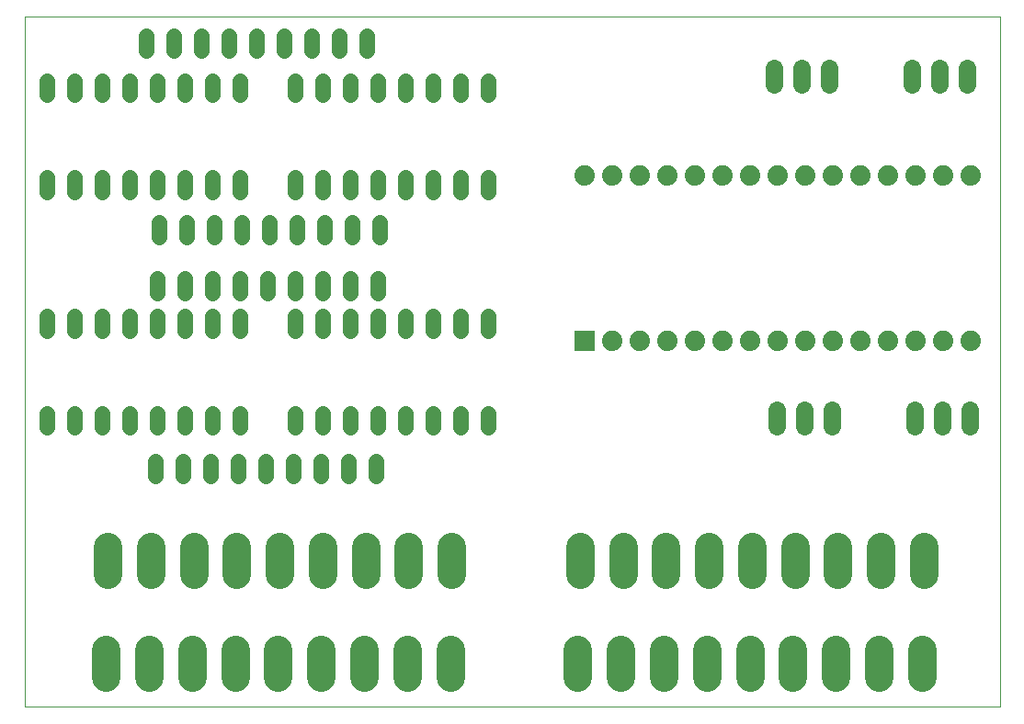
<source format=gts>
G75*
%MOIN*%
%OFA0B0*%
%FSLAX25Y25*%
%IPPOS*%
%LPD*%
%AMOC8*
5,1,8,0,0,1.08239X$1,22.5*
%
%ADD10C,0.00000*%
%ADD11C,0.06337*%
%ADD12C,0.05600*%
%ADD13R,0.07400X0.07400*%
%ADD14C,0.07400*%
%ADD15C,0.10300*%
%ADD16C,0.10439*%
D10*
X0011800Y0011800D02*
X0011800Y0262076D01*
X0365501Y0262076D01*
X0365501Y0011800D01*
X0011800Y0011800D01*
D11*
X0284674Y0113635D02*
X0284674Y0119572D01*
X0294674Y0119572D02*
X0294674Y0113635D01*
X0304674Y0113635D02*
X0304674Y0119572D01*
X0334674Y0119572D02*
X0334674Y0113635D01*
X0344674Y0113635D02*
X0344674Y0119572D01*
X0354674Y0119572D02*
X0354674Y0113635D01*
X0353769Y0237650D02*
X0353769Y0243587D01*
X0343769Y0243587D02*
X0343769Y0237650D01*
X0333769Y0237650D02*
X0333769Y0243587D01*
X0303769Y0243587D02*
X0303769Y0237650D01*
X0293769Y0237650D02*
X0293769Y0243587D01*
X0283769Y0243587D02*
X0283769Y0237650D01*
D12*
X0179831Y0238929D02*
X0179831Y0233729D01*
X0169831Y0233729D02*
X0169831Y0238929D01*
X0159831Y0238929D02*
X0159831Y0233729D01*
X0149831Y0233729D02*
X0149831Y0238929D01*
X0139831Y0238929D02*
X0139831Y0233729D01*
X0129831Y0233729D02*
X0129831Y0238929D01*
X0119831Y0238929D02*
X0119831Y0233729D01*
X0109831Y0233729D02*
X0109831Y0238929D01*
X0105855Y0249909D02*
X0105855Y0255109D01*
X0095855Y0255109D02*
X0095855Y0249909D01*
X0085855Y0249909D02*
X0085855Y0255109D01*
X0075855Y0255109D02*
X0075855Y0249909D01*
X0065855Y0249909D02*
X0065855Y0255109D01*
X0055855Y0255109D02*
X0055855Y0249909D01*
X0059831Y0238929D02*
X0059831Y0233729D01*
X0049831Y0233729D02*
X0049831Y0238929D01*
X0039831Y0238929D02*
X0039831Y0233729D01*
X0029831Y0233729D02*
X0029831Y0238929D01*
X0019831Y0238929D02*
X0019831Y0233729D01*
X0019831Y0203729D02*
X0019831Y0198529D01*
X0029831Y0198529D02*
X0029831Y0203729D01*
X0039831Y0203729D02*
X0039831Y0198529D01*
X0049831Y0198529D02*
X0049831Y0203729D01*
X0059831Y0203729D02*
X0059831Y0198529D01*
X0069831Y0198529D02*
X0069831Y0203729D01*
X0079831Y0203729D02*
X0079831Y0198529D01*
X0089831Y0198529D02*
X0089831Y0203729D01*
X0090619Y0187510D02*
X0090619Y0182310D01*
X0080619Y0182310D02*
X0080619Y0187510D01*
X0070619Y0187510D02*
X0070619Y0182310D01*
X0060619Y0182310D02*
X0060619Y0187510D01*
X0059792Y0167117D02*
X0059792Y0161917D01*
X0059831Y0153496D02*
X0059831Y0148296D01*
X0049831Y0148296D02*
X0049831Y0153496D01*
X0039831Y0153496D02*
X0039831Y0148296D01*
X0029831Y0148296D02*
X0029831Y0153496D01*
X0019831Y0153496D02*
X0019831Y0148296D01*
X0019831Y0118296D02*
X0019831Y0113096D01*
X0029831Y0113096D02*
X0029831Y0118296D01*
X0039831Y0118296D02*
X0039831Y0113096D01*
X0049831Y0113096D02*
X0049831Y0118296D01*
X0059831Y0118296D02*
X0059831Y0113096D01*
X0069831Y0113096D02*
X0069831Y0118296D01*
X0079831Y0118296D02*
X0079831Y0113096D01*
X0089831Y0113096D02*
X0089831Y0118296D01*
X0109831Y0118296D02*
X0109831Y0113096D01*
X0119831Y0113096D02*
X0119831Y0118296D01*
X0129831Y0118296D02*
X0129831Y0113096D01*
X0139831Y0113096D02*
X0139831Y0118296D01*
X0149831Y0118296D02*
X0149831Y0113096D01*
X0159831Y0113096D02*
X0159831Y0118296D01*
X0169831Y0118296D02*
X0169831Y0113096D01*
X0179831Y0113096D02*
X0179831Y0118296D01*
X0179831Y0148296D02*
X0179831Y0153496D01*
X0169831Y0153496D02*
X0169831Y0148296D01*
X0159831Y0148296D02*
X0159831Y0153496D01*
X0149831Y0153496D02*
X0149831Y0148296D01*
X0139831Y0148296D02*
X0139831Y0153496D01*
X0129831Y0153496D02*
X0129831Y0148296D01*
X0119831Y0148296D02*
X0119831Y0153496D01*
X0109831Y0153496D02*
X0109831Y0148296D01*
X0109792Y0161917D02*
X0109792Y0167117D01*
X0099792Y0167117D02*
X0099792Y0161917D01*
X0089792Y0161917D02*
X0089792Y0167117D01*
X0079792Y0167117D02*
X0079792Y0161917D01*
X0079831Y0153496D02*
X0079831Y0148296D01*
X0089831Y0148296D02*
X0089831Y0153496D01*
X0069831Y0153496D02*
X0069831Y0148296D01*
X0069792Y0161917D02*
X0069792Y0167117D01*
X0100619Y0182310D02*
X0100619Y0187510D01*
X0110619Y0187510D02*
X0110619Y0182310D01*
X0120619Y0182310D02*
X0120619Y0187510D01*
X0130619Y0187510D02*
X0130619Y0182310D01*
X0140619Y0182310D02*
X0140619Y0187510D01*
X0139831Y0198529D02*
X0139831Y0203729D01*
X0129831Y0203729D02*
X0129831Y0198529D01*
X0119831Y0198529D02*
X0119831Y0203729D01*
X0109831Y0203729D02*
X0109831Y0198529D01*
X0149831Y0198529D02*
X0149831Y0203729D01*
X0159831Y0203729D02*
X0159831Y0198529D01*
X0169831Y0198529D02*
X0169831Y0203729D01*
X0179831Y0203729D02*
X0179831Y0198529D01*
X0139792Y0167117D02*
X0139792Y0161917D01*
X0129792Y0161917D02*
X0129792Y0167117D01*
X0119792Y0167117D02*
X0119792Y0161917D01*
X0119202Y0100896D02*
X0119202Y0095696D01*
X0129202Y0095696D02*
X0129202Y0100896D01*
X0139202Y0100896D02*
X0139202Y0095696D01*
X0109202Y0095696D02*
X0109202Y0100896D01*
X0099202Y0100896D02*
X0099202Y0095696D01*
X0089202Y0095696D02*
X0089202Y0100896D01*
X0079202Y0100896D02*
X0079202Y0095696D01*
X0069202Y0095696D02*
X0069202Y0100896D01*
X0059202Y0100896D02*
X0059202Y0095696D01*
X0069831Y0233729D02*
X0069831Y0238929D01*
X0079831Y0238929D02*
X0079831Y0233729D01*
X0089831Y0233729D02*
X0089831Y0238929D01*
X0115855Y0249909D02*
X0115855Y0255109D01*
X0125855Y0255109D02*
X0125855Y0249909D01*
X0135855Y0249909D02*
X0135855Y0255109D01*
D13*
X0214831Y0144635D03*
D14*
X0224831Y0144635D03*
X0234831Y0144635D03*
X0244831Y0144635D03*
X0254831Y0144635D03*
X0264831Y0144635D03*
X0274831Y0144635D03*
X0284831Y0144635D03*
X0294831Y0144635D03*
X0304831Y0144635D03*
X0314831Y0144635D03*
X0324831Y0144635D03*
X0334831Y0144635D03*
X0344831Y0144635D03*
X0354831Y0144635D03*
X0354831Y0204635D03*
X0344831Y0204635D03*
X0334831Y0204635D03*
X0324831Y0204635D03*
X0314831Y0204635D03*
X0304831Y0204635D03*
X0294831Y0204635D03*
X0284831Y0204635D03*
X0274831Y0204635D03*
X0264831Y0204635D03*
X0254831Y0204635D03*
X0244831Y0204635D03*
X0234831Y0204635D03*
X0224831Y0204635D03*
X0214831Y0204635D03*
D15*
X0212431Y0032459D02*
X0212431Y0022559D01*
X0228031Y0022559D02*
X0228031Y0032459D01*
X0243631Y0032459D02*
X0243631Y0022559D01*
X0259231Y0022559D02*
X0259231Y0032459D01*
X0274831Y0032459D02*
X0274831Y0022559D01*
X0290431Y0022559D02*
X0290431Y0032459D01*
X0306031Y0032459D02*
X0306031Y0022559D01*
X0321631Y0022559D02*
X0321631Y0032459D01*
X0337231Y0032459D02*
X0337231Y0022559D01*
X0166169Y0022559D02*
X0166169Y0032459D01*
X0150569Y0032459D02*
X0150569Y0022559D01*
X0134969Y0022559D02*
X0134969Y0032459D01*
X0119369Y0032459D02*
X0119369Y0022559D01*
X0103769Y0022559D02*
X0103769Y0032459D01*
X0088169Y0032459D02*
X0088169Y0022559D01*
X0072569Y0022559D02*
X0072569Y0032459D01*
X0056969Y0032459D02*
X0056969Y0022559D01*
X0041369Y0022559D02*
X0041369Y0032459D01*
D16*
X0041957Y0059930D02*
X0041957Y0069969D01*
X0057548Y0069969D02*
X0057548Y0059930D01*
X0073139Y0059930D02*
X0073139Y0069969D01*
X0088729Y0069969D02*
X0088729Y0059930D01*
X0104320Y0059930D02*
X0104320Y0069969D01*
X0119910Y0069969D02*
X0119910Y0059930D01*
X0135501Y0059930D02*
X0135501Y0069969D01*
X0151091Y0069969D02*
X0151091Y0059930D01*
X0166682Y0059930D02*
X0166682Y0069969D01*
X0213217Y0069969D02*
X0213217Y0059930D01*
X0228808Y0059930D02*
X0228808Y0069969D01*
X0244398Y0069969D02*
X0244398Y0059930D01*
X0259989Y0059930D02*
X0259989Y0069969D01*
X0275580Y0069969D02*
X0275580Y0059930D01*
X0291170Y0059930D02*
X0291170Y0069969D01*
X0306761Y0069969D02*
X0306761Y0059930D01*
X0322351Y0059930D02*
X0322351Y0069969D01*
X0337942Y0069969D02*
X0337942Y0059930D01*
M02*

</source>
